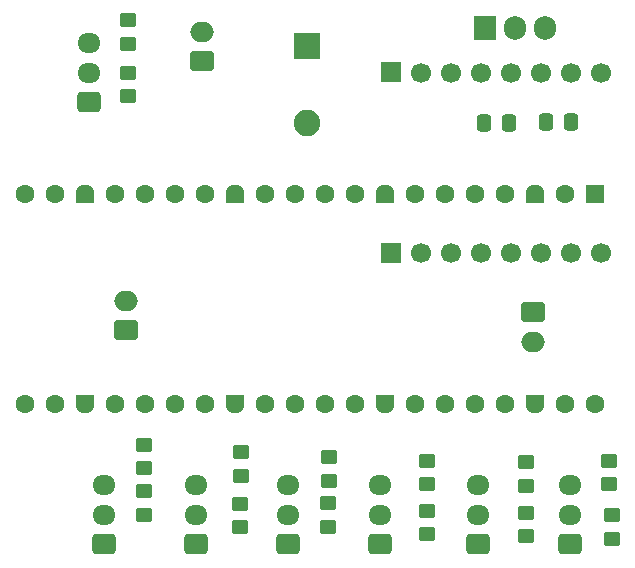
<source format=gbr>
%TF.GenerationSoftware,KiCad,Pcbnew,9.0.4*%
%TF.CreationDate,2025-10-15T08:51:35-06:00*%
%TF.ProjectId,Sumo_RapsPico,53756d6f-5f52-4617-9073-5069636f2e6b,rev?*%
%TF.SameCoordinates,Original*%
%TF.FileFunction,Soldermask,Bot*%
%TF.FilePolarity,Negative*%
%FSLAX46Y46*%
G04 Gerber Fmt 4.6, Leading zero omitted, Abs format (unit mm)*
G04 Created by KiCad (PCBNEW 9.0.4) date 2025-10-15 08:51:35*
%MOMM*%
%LPD*%
G01*
G04 APERTURE LIST*
G04 Aperture macros list*
%AMRoundRect*
0 Rectangle with rounded corners*
0 $1 Rounding radius*
0 $2 $3 $4 $5 $6 $7 $8 $9 X,Y pos of 4 corners*
0 Add a 4 corners polygon primitive as box body*
4,1,4,$2,$3,$4,$5,$6,$7,$8,$9,$2,$3,0*
0 Add four circle primitives for the rounded corners*
1,1,$1+$1,$2,$3*
1,1,$1+$1,$4,$5*
1,1,$1+$1,$6,$7*
1,1,$1+$1,$8,$9*
0 Add four rect primitives between the rounded corners*
20,1,$1+$1,$2,$3,$4,$5,0*
20,1,$1+$1,$4,$5,$6,$7,0*
20,1,$1+$1,$6,$7,$8,$9,0*
20,1,$1+$1,$8,$9,$2,$3,0*%
%AMFreePoly0*
4,1,37,0.603843,0.796157,0.639018,0.796157,0.711114,0.766294,0.766294,0.711114,0.796157,0.639018,0.796157,0.603843,0.800000,0.600000,0.800000,-0.600000,0.796157,-0.603843,0.796157,-0.639018,0.766294,-0.711114,0.711114,-0.766294,0.639018,-0.796157,0.603843,-0.796157,0.600000,-0.800000,0.000000,-0.800000,0.000000,-0.796148,-0.078414,-0.796148,-0.232228,-0.765552,-0.377117,-0.705537,
-0.507515,-0.618408,-0.618408,-0.507515,-0.705537,-0.377117,-0.765552,-0.232228,-0.796148,-0.078414,-0.796148,0.078414,-0.765552,0.232228,-0.705537,0.377117,-0.618408,0.507515,-0.507515,0.618408,-0.377117,0.705537,-0.232228,0.765552,-0.078414,0.796148,0.000000,0.796148,0.000000,0.800000,0.600000,0.800000,0.603843,0.796157,0.603843,0.796157,$1*%
%AMFreePoly1*
4,1,37,0.000000,0.796148,0.078414,0.796148,0.232228,0.765552,0.377117,0.705537,0.507515,0.618408,0.618408,0.507515,0.705537,0.377117,0.765552,0.232228,0.796148,0.078414,0.796148,-0.078414,0.765552,-0.232228,0.705537,-0.377117,0.618408,-0.507515,0.507515,-0.618408,0.377117,-0.705537,0.232228,-0.765552,0.078414,-0.796148,0.000000,-0.796148,0.000000,-0.800000,-0.600000,-0.800000,
-0.603843,-0.796157,-0.639018,-0.796157,-0.711114,-0.766294,-0.766294,-0.711114,-0.796157,-0.639018,-0.796157,-0.603843,-0.800000,-0.600000,-0.800000,0.600000,-0.796157,0.603843,-0.796157,0.639018,-0.766294,0.711114,-0.711114,0.766294,-0.639018,0.796157,-0.603843,0.796157,-0.600000,0.800000,0.000000,0.800000,0.000000,0.796148,0.000000,0.796148,$1*%
G04 Aperture macros list end*
%ADD10RoundRect,0.250000X0.750000X-0.600000X0.750000X0.600000X-0.750000X0.600000X-0.750000X-0.600000X0*%
%ADD11O,2.000000X1.700000*%
%ADD12RoundRect,0.250000X0.725000X-0.600000X0.725000X0.600000X-0.725000X0.600000X-0.725000X-0.600000X0*%
%ADD13O,1.950000X1.700000*%
%ADD14R,2.250000X2.250000*%
%ADD15C,2.250000*%
%ADD16RoundRect,0.200000X-0.600000X0.600000X-0.600000X-0.600000X0.600000X-0.600000X0.600000X0.600000X0*%
%ADD17C,1.600000*%
%ADD18FreePoly0,270.000000*%
%ADD19FreePoly1,270.000000*%
%ADD20R,1.905000X2.000000*%
%ADD21O,1.905000X2.000000*%
%ADD22RoundRect,0.250000X-0.750000X0.600000X-0.750000X-0.600000X0.750000X-0.600000X0.750000X0.600000X0*%
%ADD23RoundRect,0.250000X-0.450000X0.350000X-0.450000X-0.350000X0.450000X-0.350000X0.450000X0.350000X0*%
%ADD24R,1.700000X1.700000*%
%ADD25C,1.700000*%
%ADD26RoundRect,0.250000X0.450000X-0.350000X0.450000X0.350000X-0.450000X0.350000X-0.450000X-0.350000X0*%
%ADD27RoundRect,0.250000X0.337500X0.475000X-0.337500X0.475000X-0.337500X-0.475000X0.337500X-0.475000X0*%
%ADD28RoundRect,0.250000X-0.337500X-0.475000X0.337500X-0.475000X0.337500X0.475000X-0.337500X0.475000X0*%
G04 APERTURE END LIST*
D10*
%TO.C,Source1*%
X113145000Y-45760000D03*
D11*
X113145000Y-43260000D03*
%TD*%
D12*
%TO.C,S4*%
X104890000Y-86650000D03*
D13*
X104890000Y-84150000D03*
X104890000Y-81650000D03*
%TD*%
D12*
%TO.C,S6*%
X120490000Y-86650000D03*
D13*
X120490000Y-84150000D03*
X120490000Y-81650000D03*
%TD*%
D14*
%TO.C,SW1*%
X122070000Y-44440000D03*
D15*
X122070000Y-50940000D03*
%TD*%
D16*
%TO.C,A1*%
X146420000Y-56990000D03*
D17*
X143880000Y-56990000D03*
D18*
X141340000Y-56990000D03*
D17*
X138800000Y-56990000D03*
X136260000Y-56990000D03*
X133720000Y-56990000D03*
X131180000Y-56990000D03*
D18*
X128640000Y-56990000D03*
D17*
X126100000Y-56990000D03*
X123560000Y-56990000D03*
X121020000Y-56990000D03*
X118480000Y-56990000D03*
D18*
X115940000Y-56990000D03*
D17*
X113400000Y-56990000D03*
X110860000Y-56990000D03*
X108320000Y-56990000D03*
X105780000Y-56990000D03*
D18*
X103240000Y-56990000D03*
D17*
X100700000Y-56990000D03*
X98160000Y-56990000D03*
X98160000Y-74770000D03*
X100700000Y-74770000D03*
D19*
X103240000Y-74770000D03*
D17*
X105780000Y-74770000D03*
X108320000Y-74770000D03*
X110860000Y-74770000D03*
X113400000Y-74770000D03*
D19*
X115940000Y-74770000D03*
D17*
X118480000Y-74770000D03*
X121020000Y-74770000D03*
X123560000Y-74770000D03*
X126100000Y-74770000D03*
D19*
X128640000Y-74770000D03*
D17*
X131180000Y-74770000D03*
X133720000Y-74770000D03*
X136260000Y-74770000D03*
X138800000Y-74770000D03*
D19*
X141340000Y-74770000D03*
D17*
X143880000Y-74770000D03*
X146420000Y-74770000D03*
%TD*%
D12*
%TO.C,S5*%
X112690000Y-86650000D03*
D13*
X112690000Y-84150000D03*
X112690000Y-81650000D03*
%TD*%
D12*
%TO.C,S8*%
X128290000Y-86650000D03*
D13*
X128290000Y-84150000D03*
X128290000Y-81650000D03*
%TD*%
D12*
%TO.C,S3*%
X136570000Y-86650000D03*
D13*
X136570000Y-84150000D03*
X136570000Y-81650000D03*
%TD*%
D20*
%TO.C,U2*%
X137120000Y-42930000D03*
D21*
X139660000Y-42930000D03*
X142200000Y-42930000D03*
%TD*%
D12*
%TO.C,S2*%
X144370000Y-86650000D03*
D13*
X144370000Y-84150000D03*
X144370000Y-81650000D03*
%TD*%
D12*
%TO.C,S1*%
X103650000Y-49220000D03*
D13*
X103650000Y-46720000D03*
X103650000Y-44220000D03*
%TD*%
D22*
%TO.C,MotoA1*%
X141210000Y-67000000D03*
D11*
X141210000Y-69500000D03*
%TD*%
D23*
%TO.C,R2*%
X140600000Y-79700000D03*
X140600000Y-81700000D03*
%TD*%
D24*
%TO.C,J4*%
X129204000Y-46690000D03*
D25*
X131744000Y-46740000D03*
X134284000Y-46740000D03*
X136824000Y-46740000D03*
X139364000Y-46740000D03*
X141904000Y-46740000D03*
X144444000Y-46740000D03*
X146984000Y-46740000D03*
%TD*%
D24*
%TO.C,J3*%
X129204000Y-61980000D03*
D25*
X131744000Y-61980000D03*
X134284000Y-61980000D03*
X136824000Y-61980000D03*
X139364000Y-61980000D03*
X141904000Y-61980000D03*
X144444000Y-61980000D03*
X146984000Y-61980000D03*
%TD*%
D23*
%TO.C,R8*%
X132230000Y-79570000D03*
X132230000Y-81570000D03*
%TD*%
D26*
%TO.C,R5*%
X106910000Y-48710000D03*
X106910000Y-46710000D03*
%TD*%
%TO.C,R1*%
X140620000Y-85970000D03*
X140620000Y-83970000D03*
%TD*%
D23*
%TO.C,R10*%
X123890000Y-83150000D03*
X123890000Y-85150000D03*
%TD*%
D26*
%TO.C,R7*%
X132230000Y-85800000D03*
X132230000Y-83800000D03*
%TD*%
D27*
%TO.C,C2*%
X144407500Y-50850000D03*
X142332500Y-50850000D03*
%TD*%
D23*
%TO.C,R9*%
X123920000Y-79280000D03*
X123920000Y-81280000D03*
%TD*%
D26*
%TO.C,R3*%
X147910000Y-86180000D03*
X147910000Y-84180000D03*
%TD*%
D23*
%TO.C,R13*%
X108290000Y-78200000D03*
X108290000Y-80200000D03*
%TD*%
D28*
%TO.C,C1*%
X137062500Y-50960000D03*
X139137500Y-50960000D03*
%TD*%
D23*
%TO.C,R6*%
X147660000Y-79560000D03*
X147660000Y-81560000D03*
%TD*%
%TO.C,R12*%
X116430000Y-83210000D03*
X116430000Y-85210000D03*
%TD*%
%TO.C,R11*%
X116460000Y-78850000D03*
X116460000Y-80850000D03*
%TD*%
D10*
%TO.C,MotorB1*%
X106770000Y-68530000D03*
D11*
X106770000Y-66030000D03*
%TD*%
D23*
%TO.C,R14*%
X108290000Y-82150000D03*
X108290000Y-84150000D03*
%TD*%
%TO.C,R4*%
X106920000Y-42280000D03*
X106920000Y-44280000D03*
%TD*%
M02*

</source>
